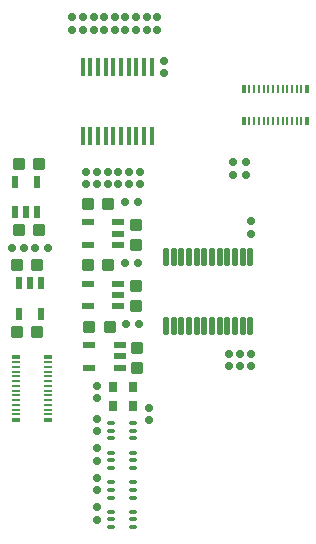
<source format=gbr>
G04*
G04 #@! TF.GenerationSoftware,Altium Limited,Altium Designer,24.9.1 (31)*
G04*
G04 Layer_Color=128*
%FSLAX44Y44*%
%MOMM*%
G71*
G04*
G04 #@! TF.SameCoordinates,E7EBA232-3E41-4796-8E0E-ADA696DDDB0D*
G04*
G04*
G04 #@! TF.FilePolarity,Positive*
G04*
G01*
G75*
%ADD17R,0.2000X0.7000*%
%ADD18R,0.3500X0.7000*%
%ADD19R,0.7000X0.3500*%
%ADD20R,0.7000X0.2000*%
G04:AMPARAMS|DCode=21|XSize=0.65mm|YSize=0.6mm|CornerRadius=0.15mm|HoleSize=0mm|Usage=FLASHONLY|Rotation=270.000|XOffset=0mm|YOffset=0mm|HoleType=Round|Shape=RoundedRectangle|*
%AMROUNDEDRECTD21*
21,1,0.6500,0.3000,0,0,270.0*
21,1,0.3500,0.6000,0,0,270.0*
1,1,0.3000,-0.1500,-0.1750*
1,1,0.3000,-0.1500,0.1750*
1,1,0.3000,0.1500,0.1750*
1,1,0.3000,0.1500,-0.1750*
%
%ADD21ROUNDEDRECTD21*%
%ADD23R,0.6500X0.8500*%
%ADD24R,1.1000X0.6000*%
G04:AMPARAMS|DCode=25|XSize=0.65mm|YSize=0.6mm|CornerRadius=0.15mm|HoleSize=0mm|Usage=FLASHONLY|Rotation=180.000|XOffset=0mm|YOffset=0mm|HoleType=Round|Shape=RoundedRectangle|*
%AMROUNDEDRECTD25*
21,1,0.6500,0.3000,0,0,180.0*
21,1,0.3500,0.6000,0,0,180.0*
1,1,0.3000,-0.1750,0.1500*
1,1,0.3000,0.1750,0.1500*
1,1,0.3000,0.1750,-0.1500*
1,1,0.3000,-0.1750,-0.1500*
%
%ADD25ROUNDEDRECTD25*%
G04:AMPARAMS|DCode=26|XSize=1.1mm|YSize=1mm|CornerRadius=0.25mm|HoleSize=0mm|Usage=FLASHONLY|Rotation=180.000|XOffset=0mm|YOffset=0mm|HoleType=Round|Shape=RoundedRectangle|*
%AMROUNDEDRECTD26*
21,1,1.1000,0.5000,0,0,180.0*
21,1,0.6000,1.0000,0,0,180.0*
1,1,0.5000,-0.3000,0.2500*
1,1,0.5000,0.3000,0.2500*
1,1,0.5000,0.3000,-0.2500*
1,1,0.5000,-0.3000,-0.2500*
%
%ADD26ROUNDEDRECTD26*%
%ADD27R,0.6000X1.1000*%
G04:AMPARAMS|DCode=28|XSize=1.1mm|YSize=1mm|CornerRadius=0.25mm|HoleSize=0mm|Usage=FLASHONLY|Rotation=270.000|XOffset=0mm|YOffset=0mm|HoleType=Round|Shape=RoundedRectangle|*
%AMROUNDEDRECTD28*
21,1,1.1000,0.5000,0,0,270.0*
21,1,0.6000,1.0000,0,0,270.0*
1,1,0.5000,-0.2500,-0.3000*
1,1,0.5000,-0.2500,0.3000*
1,1,0.5000,0.2500,0.3000*
1,1,0.5000,0.2500,-0.3000*
%
%ADD28ROUNDEDRECTD28*%
G04:AMPARAMS|DCode=29|XSize=0.3mm|YSize=0.66mm|CornerRadius=0.075mm|HoleSize=0mm|Usage=FLASHONLY|Rotation=270.000|XOffset=0mm|YOffset=0mm|HoleType=Round|Shape=RoundedRectangle|*
%AMROUNDEDRECTD29*
21,1,0.3000,0.5100,0,0,270.0*
21,1,0.1500,0.6600,0,0,270.0*
1,1,0.1500,-0.2550,-0.0750*
1,1,0.1500,-0.2550,0.0750*
1,1,0.1500,0.2550,0.0750*
1,1,0.1500,0.2550,-0.0750*
%
%ADD29ROUNDEDRECTD29*%
G04:AMPARAMS|DCode=30|XSize=1.5mm|YSize=0.45mm|CornerRadius=0.1125mm|HoleSize=0mm|Usage=FLASHONLY|Rotation=90.000|XOffset=0mm|YOffset=0mm|HoleType=Round|Shape=RoundedRectangle|*
%AMROUNDEDRECTD30*
21,1,1.5000,0.2250,0,0,90.0*
21,1,1.2750,0.4500,0,0,90.0*
1,1,0.2250,0.1125,0.6375*
1,1,0.2250,0.1125,-0.6375*
1,1,0.2250,-0.1125,-0.6375*
1,1,0.2250,-0.1125,0.6375*
%
%ADD30ROUNDEDRECTD30*%
G04:AMPARAMS|DCode=31|XSize=1.5mm|YSize=0.4mm|CornerRadius=0.1mm|HoleSize=0mm|Usage=FLASHONLY|Rotation=90.000|XOffset=0mm|YOffset=0mm|HoleType=Round|Shape=RoundedRectangle|*
%AMROUNDEDRECTD31*
21,1,1.5000,0.2000,0,0,90.0*
21,1,1.3000,0.4000,0,0,90.0*
1,1,0.2000,0.1000,0.6500*
1,1,0.2000,0.1000,-0.6500*
1,1,0.2000,-0.1000,-0.6500*
1,1,0.2000,-0.1000,0.6500*
%
%ADD31ROUNDEDRECTD31*%
D17*
X252000Y393550D02*
D03*
Y366450D02*
D03*
X248000Y393550D02*
D03*
Y366450D02*
D03*
X244000Y393550D02*
D03*
Y366450D02*
D03*
X240000Y393550D02*
D03*
Y366450D02*
D03*
X236000Y393550D02*
D03*
Y366450D02*
D03*
X232000Y393550D02*
D03*
Y366450D02*
D03*
X228000Y393550D02*
D03*
Y366450D02*
D03*
X224000Y393550D02*
D03*
Y366450D02*
D03*
X220000Y393550D02*
D03*
Y366450D02*
D03*
X216000Y393550D02*
D03*
Y366450D02*
D03*
X212000Y393550D02*
D03*
Y366450D02*
D03*
X208000Y393550D02*
D03*
Y366450D02*
D03*
D18*
X203250D02*
D03*
X256750D02*
D03*
X203250Y393550D02*
D03*
X256750D02*
D03*
D19*
X10450Y166750D02*
D03*
Y113250D02*
D03*
X37550Y166750D02*
D03*
Y113250D02*
D03*
D20*
Y118000D02*
D03*
X10450D02*
D03*
X37550Y122000D02*
D03*
X10450D02*
D03*
X37550Y126000D02*
D03*
X10450D02*
D03*
X37550Y130000D02*
D03*
X10450D02*
D03*
X37550Y134000D02*
D03*
X10450D02*
D03*
X37550Y138000D02*
D03*
X10450D02*
D03*
X37550Y142000D02*
D03*
X10450D02*
D03*
X37550Y146000D02*
D03*
X10450D02*
D03*
X37550Y150000D02*
D03*
X10450D02*
D03*
X37550Y154000D02*
D03*
X10450D02*
D03*
X37550Y158000D02*
D03*
X10450D02*
D03*
X37550Y162000D02*
D03*
X10450D02*
D03*
D21*
X205000Y320750D02*
D03*
Y331250D02*
D03*
X194000Y320750D02*
D03*
Y331250D02*
D03*
X70000Y323250D02*
D03*
Y312750D02*
D03*
X79000D02*
D03*
Y323250D02*
D03*
X88000Y312750D02*
D03*
Y323250D02*
D03*
X97000Y312750D02*
D03*
Y323250D02*
D03*
X106000D02*
D03*
Y312750D02*
D03*
X79000Y142250D02*
D03*
Y131750D02*
D03*
X123000Y123250D02*
D03*
Y112750D02*
D03*
X79000Y114250D02*
D03*
Y103750D02*
D03*
Y89250D02*
D03*
Y78750D02*
D03*
Y53750D02*
D03*
Y64250D02*
D03*
Y28750D02*
D03*
Y39250D02*
D03*
X191000Y158750D02*
D03*
Y169250D02*
D03*
X200000D02*
D03*
Y158750D02*
D03*
X209000Y169250D02*
D03*
Y158750D02*
D03*
Y281250D02*
D03*
Y270750D02*
D03*
X115000Y323250D02*
D03*
Y312750D02*
D03*
X121000Y443750D02*
D03*
Y454250D02*
D03*
X94000Y454250D02*
D03*
Y443750D02*
D03*
X58000Y443750D02*
D03*
Y454250D02*
D03*
X76000D02*
D03*
Y443750D02*
D03*
X85000Y454250D02*
D03*
Y443750D02*
D03*
X67000D02*
D03*
Y454250D02*
D03*
X103000Y443750D02*
D03*
Y454250D02*
D03*
X130000Y443750D02*
D03*
Y454250D02*
D03*
X112000Y454250D02*
D03*
Y443750D02*
D03*
X136000Y417250D02*
D03*
Y406750D02*
D03*
D23*
X109250Y140750D02*
D03*
X92750D02*
D03*
Y125250D02*
D03*
X109250D02*
D03*
D24*
X97000Y228500D02*
D03*
Y219000D02*
D03*
Y209500D02*
D03*
X71000D02*
D03*
Y228500D02*
D03*
X72000Y176500D02*
D03*
Y157500D02*
D03*
X98000D02*
D03*
Y167000D02*
D03*
Y176500D02*
D03*
X71000Y280500D02*
D03*
Y261500D02*
D03*
X97000D02*
D03*
Y271000D02*
D03*
Y280500D02*
D03*
D25*
X37250Y259000D02*
D03*
X26750D02*
D03*
X17250D02*
D03*
X6750D02*
D03*
X102750Y246000D02*
D03*
X113250D02*
D03*
X114250Y194000D02*
D03*
X103750D02*
D03*
X113250Y298000D02*
D03*
X102750D02*
D03*
D26*
X12500Y274000D02*
D03*
X29500D02*
D03*
Y330000D02*
D03*
X12500D02*
D03*
X71500Y244000D02*
D03*
X88500D02*
D03*
X11500D02*
D03*
X28500D02*
D03*
Y188000D02*
D03*
X11500D02*
D03*
X89500Y192000D02*
D03*
X72500D02*
D03*
X71500Y296000D02*
D03*
X88500D02*
D03*
D27*
X28500Y289000D02*
D03*
X19000D02*
D03*
X9500D02*
D03*
Y315000D02*
D03*
X28500D02*
D03*
X12500Y203000D02*
D03*
X31500D02*
D03*
Y229000D02*
D03*
X22000D02*
D03*
X12500D02*
D03*
D28*
X112000Y226500D02*
D03*
Y209500D02*
D03*
X113000Y157500D02*
D03*
Y174500D02*
D03*
X112000Y261500D02*
D03*
Y278500D02*
D03*
D29*
X90800Y110500D02*
D03*
Y104000D02*
D03*
Y97500D02*
D03*
X109200Y110500D02*
D03*
Y104000D02*
D03*
Y97500D02*
D03*
X90800Y85500D02*
D03*
Y79000D02*
D03*
Y72500D02*
D03*
X109200Y85500D02*
D03*
Y79000D02*
D03*
Y72500D02*
D03*
X90800Y60500D02*
D03*
Y54000D02*
D03*
Y47500D02*
D03*
X109200Y60500D02*
D03*
Y54000D02*
D03*
Y47500D02*
D03*
X90800Y35500D02*
D03*
Y29000D02*
D03*
Y22500D02*
D03*
X109200Y35500D02*
D03*
Y29000D02*
D03*
Y22500D02*
D03*
D30*
X202250Y193000D02*
D03*
X195750D02*
D03*
X189250D02*
D03*
X182750D02*
D03*
X176250D02*
D03*
X169750D02*
D03*
X163250D02*
D03*
X156750D02*
D03*
X150250D02*
D03*
X143750D02*
D03*
X137250D02*
D03*
Y251000D02*
D03*
X143750D02*
D03*
X150250D02*
D03*
X156750D02*
D03*
X163250D02*
D03*
X169750D02*
D03*
X176250D02*
D03*
X182750D02*
D03*
X189250D02*
D03*
X195750D02*
D03*
X202250D02*
D03*
X208750D02*
D03*
Y193000D02*
D03*
D31*
X125250Y412000D02*
D03*
X118750D02*
D03*
X112250D02*
D03*
X105750D02*
D03*
X99250D02*
D03*
X92750D02*
D03*
X86250D02*
D03*
X79750D02*
D03*
X73250D02*
D03*
X66750D02*
D03*
X66750Y354000D02*
D03*
X73250D02*
D03*
X79750D02*
D03*
X86250D02*
D03*
X92750D02*
D03*
X99250D02*
D03*
X105750D02*
D03*
X112250D02*
D03*
X118750D02*
D03*
X125250D02*
D03*
M02*

</source>
